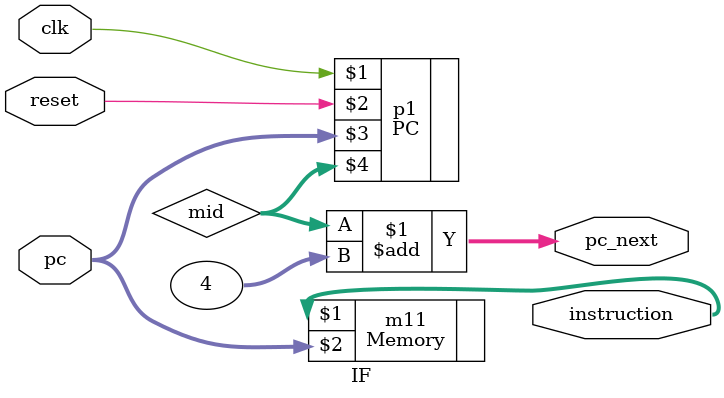
<source format=v>
module IF(clk,reset,pc_next,pc,instruction);
	input clk,reset;
	output [63:0] pc_next;
	input [63:0] pc;
	output [31:0] instruction;
        wire [63:0] mid;
        Memory m11(instruction,pc);
        PC p1(clk,reset,pc,mid);
	assign pc_next = mid+4;                   
endmodule
</source>
